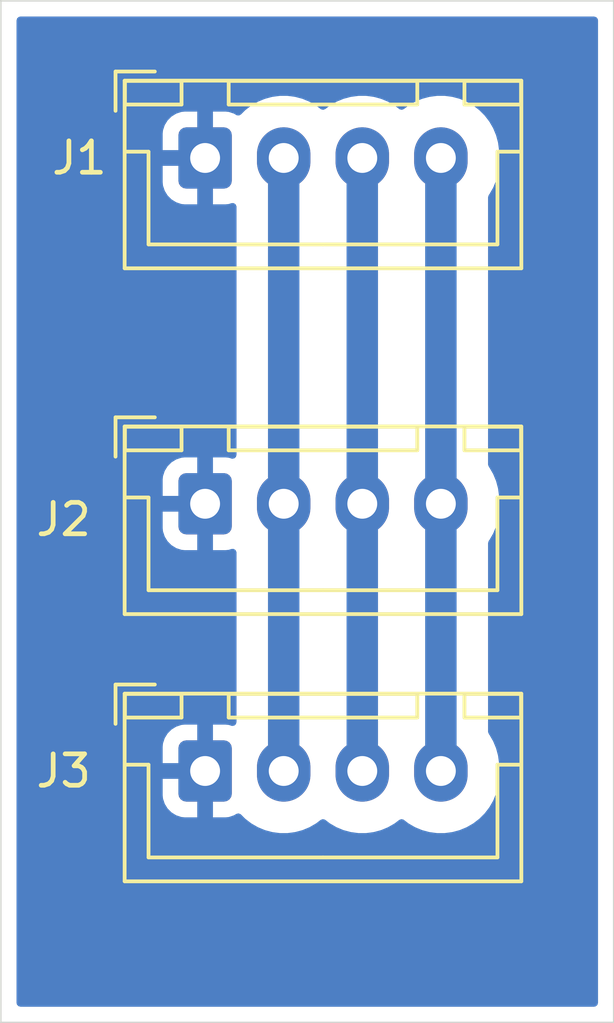
<source format=kicad_pcb>
(kicad_pcb (version 20240108) (generator "pcbnew") (generator_version "8.0")
  (layers (0 "F.Cu" signal) (31 "B.Cu" signal) (34 "B.Paste" user) (35 "F.Paste" user) (36 "B.SilkS" user "B.Silkscreen") (37 "F.SilkS" user "F.Silkscreen") (38 "B.Mask" user) (39 "F.Mask" user) (44 "Edge.Cuts" user))
  (net 0 "")
  (net 1 "VCC")
  (net 2 "GND")
  (net 3 "sda")
  (net 4 "sdl")
  (footprint "Connector_JST:JST_XH_B4B-XH-A_1x04_P2.50mm_Vertical" (layer "F.Cu") (at 58.5 55)
    (property "Reference" "J2" (at -4.5 0.5 0) (layer "F.SilkS"))
    (property "Value" "Conn_01x04_Pin")
    (fp_line (start -2.85 -2.75) (end -2.85 -1.5) (stroke (width 0.12)) (layer "F.SilkS"))
    (fp_line (start -2.56 -2.46) (end -2.56 3.51) (stroke (width 0.12)) (layer "F.SilkS"))
    (fp_line (start -2.56 3.51) (end 10.06 3.51) (stroke (width 0.12)) (layer "F.SilkS"))
    (fp_line (start -2.55 -2.45) (end -2.55 -1.7) (stroke (width 0.12)) (layer "F.SilkS"))
    (fp_line (start -2.55 -1.7) (end -0.75 -1.7) (stroke (width 0.12)) (layer "F.SilkS"))
    (fp_line (start -2.55 -0.2) (end -1.8 -0.2) (stroke (width 0.12)) (layer "F.SilkS"))
    (fp_line (start -1.8 -0.2) (end -1.8 2.75) (stroke (width 0.12)) (layer "F.SilkS"))
    (fp_line (start -1.8 2.75) (end 3.75 2.75) (stroke (width 0.12)) (layer "F.SilkS"))
    (fp_line (start -1.6 -2.75) (end -2.85 -2.75) (stroke (width 0.12)) (layer "F.SilkS"))
    (fp_line (start -0.75 -2.45) (end -2.55 -2.45) (stroke (width 0.12)) (layer "F.SilkS"))
    (fp_line (start -0.75 -1.7) (end -0.75 -2.45) (stroke (width 0.12)) (layer "F.SilkS"))
    (fp_line (start 0.75 -2.45) (end 0.75 -1.7) (stroke (width 0.12)) (layer "F.SilkS"))
    (fp_line (start 0.75 -1.7) (end 6.75 -1.7) (stroke (width 0.12)) (layer "F.SilkS"))
    (fp_line (start 6.75 -2.45) (end 0.75 -2.45) (stroke (width 0.12)) (layer "F.SilkS"))
    (fp_line (start 6.75 -1.7) (end 6.75 -2.45) (stroke (width 0.12)) (layer "F.SilkS"))
    (fp_line (start 8.25 -2.45) (end 8.25 -1.7) (stroke (width 0.12)) (layer "F.SilkS"))
    (fp_line (start 8.25 -1.7) (end 10.05 -1.7) (stroke (width 0.12)) (layer "F.SilkS"))
    (fp_line (start 9.3 -0.2) (end 9.3 2.75) (stroke (width 0.12)) (layer "F.SilkS"))
    (fp_line (start 9.3 2.75) (end 3.75 2.75) (stroke (width 0.12)) (layer "F.SilkS"))
    (fp_line (start 10.05 -2.45) (end 8.25 -2.45) (stroke (width 0.12)) (layer "F.SilkS"))
    (fp_line (start 10.05 -1.7) (end 10.05 -2.45) (stroke (width 0.12)) (layer "F.SilkS"))
    (fp_line (start 10.05 -0.2) (end 9.3 -0.2) (stroke (width 0.12)) (layer "F.SilkS"))
    (fp_line (start 10.06 -2.46) (end -2.56 -2.46) (stroke (width 0.12)) (layer "F.SilkS"))
    (fp_line (start 10.06 3.51) (end 10.06 -2.46) (stroke (width 0.12)) (layer "F.SilkS"))
    (pad "1" thru_hole roundrect (at 0 0) (size 1.7 1.95) (drill 0.95) (layers "*.Cu" "*.Mask") (roundrect_rratio 0.147059) (net 2 "GND"))
    (pad "2" thru_hole oval (at 2.5 0) (size 1.7 1.95) (drill 0.95) (layers "*.Cu" "*.Mask") (net 1 "VCC"))
    (pad "3" thru_hole oval (at 5 0) (size 1.7 1.95) (drill 0.95) (layers "*.Cu" "*.Mask") (net 3 "sda"))
    (pad "4" thru_hole oval (at 7.5 0) (size 1.7 1.95) (drill 0.95) (layers "*.Cu" "*.Mask") (net 4 "sdl"))
  )
  (footprint "Connector_JST:JST_XH_B4B-XH-A_1x04_P2.50mm_Vertical" (layer "F.Cu") (at 58.5 44)
    (property "Reference" "J1" (at -4 0 0) (layer "F.SilkS"))
    (property "Value" "Conn_01x04_Pin")
    (fp_line (start -2.85 -2.75) (end -2.85 -1.5) (stroke (width 0.12)) (layer "F.SilkS"))
    (fp_line (start -2.56 -2.46) (end -2.56 3.51) (stroke (width 0.12)) (layer "F.SilkS"))
    (fp_line (start -2.56 3.51) (end 10.06 3.51) (stroke (width 0.12)) (layer "F.SilkS"))
    (fp_line (start -2.55 -2.45) (end -2.55 -1.7) (stroke (width 0.12)) (layer "F.SilkS"))
    (fp_line (start -2.55 -1.7) (end -0.75 -1.7) (stroke (width 0.12)) (layer "F.SilkS"))
    (fp_line (start -2.55 -0.2) (end -1.8 -0.2) (stroke (width 0.12)) (layer "F.SilkS"))
    (fp_line (start -1.8 -0.2) (end -1.8 2.75) (stroke (width 0.12)) (layer "F.SilkS"))
    (fp_line (start -1.8 2.75) (end 3.75 2.75) (stroke (width 0.12)) (layer "F.SilkS"))
    (fp_line (start -1.6 -2.75) (end -2.85 -2.75) (stroke (width 0.12)) (layer "F.SilkS"))
    (fp_line (start -0.75 -2.45) (end -2.55 -2.45) (stroke (width 0.12)) (layer "F.SilkS"))
    (fp_line (start -0.75 -1.7) (end -0.75 -2.45) (stroke (width 0.12)) (layer "F.SilkS"))
    (fp_line (start 0.75 -2.45) (end 0.75 -1.7) (stroke (width 0.12)) (layer "F.SilkS"))
    (fp_line (start 0.75 -1.7) (end 6.75 -1.7) (stroke (width 0.12)) (layer "F.SilkS"))
    (fp_line (start 6.75 -2.45) (end 0.75 -2.45) (stroke (width 0.12)) (layer "F.SilkS"))
    (fp_line (start 6.75 -1.7) (end 6.75 -2.45) (stroke (width 0.12)) (layer "F.SilkS"))
    (fp_line (start 8.25 -2.45) (end 8.25 -1.7) (stroke (width 0.12)) (layer "F.SilkS"))
    (fp_line (start 8.25 -1.7) (end 10.05 -1.7) (stroke (width 0.12)) (layer "F.SilkS"))
    (fp_line (start 9.3 -0.2) (end 9.3 2.75) (stroke (width 0.12)) (layer "F.SilkS"))
    (fp_line (start 9.3 2.75) (end 3.75 2.75) (stroke (width 0.12)) (layer "F.SilkS"))
    (fp_line (start 10.05 -2.45) (end 8.25 -2.45) (stroke (width 0.12)) (layer "F.SilkS"))
    (fp_line (start 10.05 -1.7) (end 10.05 -2.45) (stroke (width 0.12)) (layer "F.SilkS"))
    (fp_line (start 10.05 -0.2) (end 9.3 -0.2) (stroke (width 0.12)) (layer "F.SilkS"))
    (fp_line (start 10.06 -2.46) (end -2.56 -2.46) (stroke (width 0.12)) (layer "F.SilkS"))
    (fp_line (start 10.06 3.51) (end 10.06 -2.46) (stroke (width 0.12)) (layer "F.SilkS"))
    (pad "1" thru_hole roundrect (at 0 0) (size 1.7 1.95) (drill 0.95) (layers "*.Cu" "*.Mask") (roundrect_rratio 0.147059) (net 2 "GND"))
    (pad "2" thru_hole oval (at 2.5 0) (size 1.7 1.95) (drill 0.95) (layers "*.Cu" "*.Mask") (net 1 "VCC"))
    (pad "3" thru_hole oval (at 5 0) (size 1.7 1.95) (drill 0.95) (layers "*.Cu" "*.Mask") (net 3 "sda"))
    (pad "4" thru_hole oval (at 7.5 0) (size 1.7 1.95) (drill 0.95) (layers "*.Cu" "*.Mask") (net 4 "sdl"))
  )
  (footprint "Connector_JST:JST_XH_B4B-XH-A_1x04_P2.50mm_Vertical" (layer "F.Cu") (at 58.5 63.5)
    (property "Reference" "J3" (at -4.5 0 0) (layer "F.SilkS"))
    (property "Value" "Conn_01x04_Pin")
    (fp_line (start -2.85 -2.75) (end -2.85 -1.5) (stroke (width 0.12)) (layer "F.SilkS"))
    (fp_line (start -2.56 -2.46) (end -2.56 3.51) (stroke (width 0.12)) (layer "F.SilkS"))
    (fp_line (start -2.56 3.51) (end 10.06 3.51) (stroke (width 0.12)) (layer "F.SilkS"))
    (fp_line (start -2.55 -2.45) (end -2.55 -1.7) (stroke (width 0.12)) (layer "F.SilkS"))
    (fp_line (start -2.55 -1.7) (end -0.75 -1.7) (stroke (width 0.12)) (layer "F.SilkS"))
    (fp_line (start -2.55 -0.2) (end -1.8 -0.2) (stroke (width 0.12)) (layer "F.SilkS"))
    (fp_line (start -1.8 -0.2) (end -1.8 2.75) (stroke (width 0.12)) (layer "F.SilkS"))
    (fp_line (start -1.8 2.75) (end 3.75 2.75) (stroke (width 0.12)) (layer "F.SilkS"))
    (fp_line (start -1.6 -2.75) (end -2.85 -2.75) (stroke (width 0.12)) (layer "F.SilkS"))
    (fp_line (start -0.75 -2.45) (end -2.55 -2.45) (stroke (width 0.12)) (layer "F.SilkS"))
    (fp_line (start -0.75 -1.7) (end -0.75 -2.45) (stroke (width 0.12)) (layer "F.SilkS"))
    (fp_line (start 0.75 -2.45) (end 0.75 -1.7) (stroke (width 0.12)) (layer "F.SilkS"))
    (fp_line (start 0.75 -1.7) (end 6.75 -1.7) (stroke (width 0.12)) (layer "F.SilkS"))
    (fp_line (start 6.75 -2.45) (end 0.75 -2.45) (stroke (width 0.12)) (layer "F.SilkS"))
    (fp_line (start 6.75 -1.7) (end 6.75 -2.45) (stroke (width 0.12)) (layer "F.SilkS"))
    (fp_line (start 8.25 -2.45) (end 8.25 -1.7) (stroke (width 0.12)) (layer "F.SilkS"))
    (fp_line (start 8.25 -1.7) (end 10.05 -1.7) (stroke (width 0.12)) (layer "F.SilkS"))
    (fp_line (start 9.3 -0.2) (end 9.3 2.75) (stroke (width 0.12)) (layer "F.SilkS"))
    (fp_line (start 9.3 2.75) (end 3.75 2.75) (stroke (width 0.12)) (layer "F.SilkS"))
    (fp_line (start 10.05 -2.45) (end 8.25 -2.45) (stroke (width 0.12)) (layer "F.SilkS"))
    (fp_line (start 10.05 -1.7) (end 10.05 -2.45) (stroke (width 0.12)) (layer "F.SilkS"))
    (fp_line (start 10.05 -0.2) (end 9.3 -0.2) (stroke (width 0.12)) (layer "F.SilkS"))
    (fp_line (start 10.06 -2.46) (end -2.56 -2.46) (stroke (width 0.12)) (layer "F.SilkS"))
    (fp_line (start 10.06 3.51) (end 10.06 -2.46) (stroke (width 0.12)) (layer "F.SilkS"))
    (pad "1" thru_hole roundrect (at 0 0) (size 1.7 1.95) (drill 0.95) (layers "*.Cu" "*.Mask") (roundrect_rratio 0.147059) (net 2 "GND"))
    (pad "2" thru_hole oval (at 2.5 0) (size 1.7 1.95) (drill 0.95) (layers "*.Cu" "*.Mask") (net 1 "VCC"))
    (pad "3" thru_hole oval (at 5 0) (size 1.7 1.95) (drill 0.95) (layers "*.Cu" "*.Mask") (net 3 "sda"))
    (pad "4" thru_hole oval (at 7.5 0) (size 1.7 1.95) (drill 0.95) (layers "*.Cu" "*.Mask") (net 4 "sdl"))
  )
  (gr_rect (start 52 39) (end 71.5 71.5) (stroke (width 0.05)) (fill none) (layer "Edge.Cuts"))
  (segment (start 61 55) (end 61 44) (width 1) (layer "B.Cu") (net 1))
  (segment (start 61 63.5) (end 61 55) (width 1) (layer "B.Cu") (net 1))
  (segment (start 63.5 44) (end 63.5 55) (width 1) (layer "B.Cu") (net 3))
  (segment (start 63.5 55) (end 63.5 63.5) (width 1) (layer "B.Cu") (net 3))
  (segment (start 66 44) (end 66 55) (width 1) (layer "B.Cu") (net 4))
  (segment (start 66 55) (end 66 63.5) (width 1) (layer "B.Cu") (net 4))
  (zone (net 2) (net_name "GND") (layer "B.Cu") (connect_pads (clearance 1)) (min_thickness 0.25) (fill yes (thermal_gap 0.5) (thermal_bridge_width 0.5))
    (polygon (pts (xy 71.5 71.5) (xy 71.5 39) (xy 52 39) (xy 52 71.5)))
  )
)
</source>
